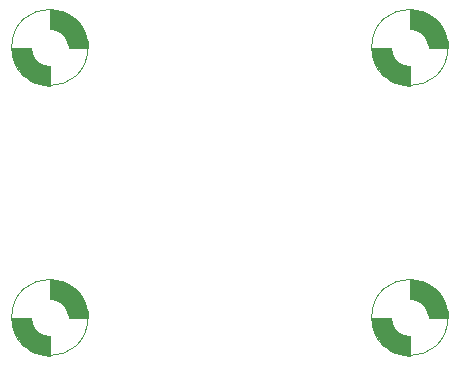
<source format=gbo>
G04 #@! TF.GenerationSoftware,KiCad,Pcbnew,6.0.9-8da3e8f707~116~ubuntu20.04.1*
G04 #@! TF.CreationDate,2023-04-19T17:14:30+00:00*
G04 #@! TF.ProjectId,LEC022001,4c454330-3232-4303-9031-2e6b69636164,rev?*
G04 #@! TF.SameCoordinates,Original*
G04 #@! TF.FileFunction,Legend,Bot*
G04 #@! TF.FilePolarity,Positive*
%FSLAX46Y46*%
G04 Gerber Fmt 4.6, Leading zero omitted, Abs format (unit mm)*
G04 Created by KiCad (PCBNEW 6.0.9-8da3e8f707~116~ubuntu20.04.1) date 2023-04-19 17:14:30*
%MOMM*%
%LPD*%
G01*
G04 APERTURE LIST*
%ADD10C,0.120000*%
%ADD11C,0.010000*%
G04 APERTURE END LIST*
D10*
G04 #@! TO.C,H1*
X123874903Y-71120000D02*
G75*
G03*
X123874903Y-71120000I-3224903J0D01*
G01*
G36*
X119050000Y-71220000D02*
G01*
X119150000Y-71620000D01*
X119350000Y-72020000D01*
X119750000Y-72420000D01*
X120150000Y-72620000D01*
X120550000Y-72720000D01*
X120650000Y-72720000D01*
X120650000Y-74344903D01*
X120150000Y-74320000D01*
X119150000Y-74020000D01*
X118350000Y-73420000D01*
X117850000Y-72720000D01*
X117550000Y-72020000D01*
X117450000Y-71620000D01*
X117450000Y-71120000D01*
X119050000Y-71120000D01*
X119050000Y-71220000D01*
G37*
D11*
X119050000Y-71220000D02*
X119150000Y-71620000D01*
X119350000Y-72020000D01*
X119750000Y-72420000D01*
X120150000Y-72620000D01*
X120550000Y-72720000D01*
X120650000Y-72720000D01*
X120650000Y-74344903D01*
X120150000Y-74320000D01*
X119150000Y-74020000D01*
X118350000Y-73420000D01*
X117850000Y-72720000D01*
X117550000Y-72020000D01*
X117450000Y-71620000D01*
X117450000Y-71120000D01*
X119050000Y-71120000D01*
X119050000Y-71220000D01*
G36*
X121150000Y-67920000D02*
G01*
X122150000Y-68220000D01*
X122950000Y-68820000D01*
X123450000Y-69520000D01*
X123750000Y-70220000D01*
X123850000Y-70620000D01*
X123850000Y-71120000D01*
X122250000Y-71120000D01*
X122250000Y-71020000D01*
X122150000Y-70620000D01*
X121950000Y-70220000D01*
X121550000Y-69820000D01*
X121150000Y-69620000D01*
X120750000Y-69520000D01*
X120650000Y-69520000D01*
X120650000Y-67895097D01*
X121150000Y-67920000D01*
G37*
X121150000Y-67920000D02*
X122150000Y-68220000D01*
X122950000Y-68820000D01*
X123450000Y-69520000D01*
X123750000Y-70220000D01*
X123850000Y-70620000D01*
X123850000Y-71120000D01*
X122250000Y-71120000D01*
X122250000Y-71020000D01*
X122150000Y-70620000D01*
X121950000Y-70220000D01*
X121550000Y-69820000D01*
X121150000Y-69620000D01*
X120750000Y-69520000D01*
X120650000Y-69520000D01*
X120650000Y-67895097D01*
X121150000Y-67920000D01*
D10*
G04 #@! TO.C,H2*
X93394903Y-93980000D02*
G75*
G03*
X93394903Y-93980000I-3224903J0D01*
G01*
G36*
X90670000Y-90780000D02*
G01*
X91670000Y-91080000D01*
X92470000Y-91680000D01*
X92970000Y-92380000D01*
X93270000Y-93080000D01*
X93370000Y-93480000D01*
X93370000Y-93980000D01*
X91770000Y-93980000D01*
X91770000Y-93880000D01*
X91670000Y-93480000D01*
X91470000Y-93080000D01*
X91070000Y-92680000D01*
X90670000Y-92480000D01*
X90270000Y-92380000D01*
X90170000Y-92380000D01*
X90170000Y-90755097D01*
X90670000Y-90780000D01*
G37*
D11*
X90670000Y-90780000D02*
X91670000Y-91080000D01*
X92470000Y-91680000D01*
X92970000Y-92380000D01*
X93270000Y-93080000D01*
X93370000Y-93480000D01*
X93370000Y-93980000D01*
X91770000Y-93980000D01*
X91770000Y-93880000D01*
X91670000Y-93480000D01*
X91470000Y-93080000D01*
X91070000Y-92680000D01*
X90670000Y-92480000D01*
X90270000Y-92380000D01*
X90170000Y-92380000D01*
X90170000Y-90755097D01*
X90670000Y-90780000D01*
G36*
X88570000Y-94080000D02*
G01*
X88670000Y-94480000D01*
X88870000Y-94880000D01*
X89270000Y-95280000D01*
X89670000Y-95480000D01*
X90070000Y-95580000D01*
X90170000Y-95580000D01*
X90170000Y-97204903D01*
X89670000Y-97180000D01*
X88670000Y-96880000D01*
X87870000Y-96280000D01*
X87370000Y-95580000D01*
X87070000Y-94880000D01*
X86970000Y-94480000D01*
X86970000Y-93980000D01*
X88570000Y-93980000D01*
X88570000Y-94080000D01*
G37*
X88570000Y-94080000D02*
X88670000Y-94480000D01*
X88870000Y-94880000D01*
X89270000Y-95280000D01*
X89670000Y-95480000D01*
X90070000Y-95580000D01*
X90170000Y-95580000D01*
X90170000Y-97204903D01*
X89670000Y-97180000D01*
X88670000Y-96880000D01*
X87870000Y-96280000D01*
X87370000Y-95580000D01*
X87070000Y-94880000D01*
X86970000Y-94480000D01*
X86970000Y-93980000D01*
X88570000Y-93980000D01*
X88570000Y-94080000D01*
D10*
G04 #@! TO.C,H3*
X123874903Y-93980000D02*
G75*
G03*
X123874903Y-93980000I-3224903J0D01*
G01*
G36*
X119050000Y-94080000D02*
G01*
X119150000Y-94480000D01*
X119350000Y-94880000D01*
X119750000Y-95280000D01*
X120150000Y-95480000D01*
X120550000Y-95580000D01*
X120650000Y-95580000D01*
X120650000Y-97204903D01*
X120150000Y-97180000D01*
X119150000Y-96880000D01*
X118350000Y-96280000D01*
X117850000Y-95580000D01*
X117550000Y-94880000D01*
X117450000Y-94480000D01*
X117450000Y-93980000D01*
X119050000Y-93980000D01*
X119050000Y-94080000D01*
G37*
D11*
X119050000Y-94080000D02*
X119150000Y-94480000D01*
X119350000Y-94880000D01*
X119750000Y-95280000D01*
X120150000Y-95480000D01*
X120550000Y-95580000D01*
X120650000Y-95580000D01*
X120650000Y-97204903D01*
X120150000Y-97180000D01*
X119150000Y-96880000D01*
X118350000Y-96280000D01*
X117850000Y-95580000D01*
X117550000Y-94880000D01*
X117450000Y-94480000D01*
X117450000Y-93980000D01*
X119050000Y-93980000D01*
X119050000Y-94080000D01*
G36*
X121150000Y-90780000D02*
G01*
X122150000Y-91080000D01*
X122950000Y-91680000D01*
X123450000Y-92380000D01*
X123750000Y-93080000D01*
X123850000Y-93480000D01*
X123850000Y-93980000D01*
X122250000Y-93980000D01*
X122250000Y-93880000D01*
X122150000Y-93480000D01*
X121950000Y-93080000D01*
X121550000Y-92680000D01*
X121150000Y-92480000D01*
X120750000Y-92380000D01*
X120650000Y-92380000D01*
X120650000Y-90755097D01*
X121150000Y-90780000D01*
G37*
X121150000Y-90780000D02*
X122150000Y-91080000D01*
X122950000Y-91680000D01*
X123450000Y-92380000D01*
X123750000Y-93080000D01*
X123850000Y-93480000D01*
X123850000Y-93980000D01*
X122250000Y-93980000D01*
X122250000Y-93880000D01*
X122150000Y-93480000D01*
X121950000Y-93080000D01*
X121550000Y-92680000D01*
X121150000Y-92480000D01*
X120750000Y-92380000D01*
X120650000Y-92380000D01*
X120650000Y-90755097D01*
X121150000Y-90780000D01*
D10*
G04 #@! TO.C,H4*
X93394903Y-71120000D02*
G75*
G03*
X93394903Y-71120000I-3224903J0D01*
G01*
G36*
X90670000Y-67920000D02*
G01*
X91670000Y-68220000D01*
X92470000Y-68820000D01*
X92970000Y-69520000D01*
X93270000Y-70220000D01*
X93370000Y-70620000D01*
X93370000Y-71120000D01*
X91770000Y-71120000D01*
X91770000Y-71020000D01*
X91670000Y-70620000D01*
X91470000Y-70220000D01*
X91070000Y-69820000D01*
X90670000Y-69620000D01*
X90270000Y-69520000D01*
X90170000Y-69520000D01*
X90170000Y-67895097D01*
X90670000Y-67920000D01*
G37*
D11*
X90670000Y-67920000D02*
X91670000Y-68220000D01*
X92470000Y-68820000D01*
X92970000Y-69520000D01*
X93270000Y-70220000D01*
X93370000Y-70620000D01*
X93370000Y-71120000D01*
X91770000Y-71120000D01*
X91770000Y-71020000D01*
X91670000Y-70620000D01*
X91470000Y-70220000D01*
X91070000Y-69820000D01*
X90670000Y-69620000D01*
X90270000Y-69520000D01*
X90170000Y-69520000D01*
X90170000Y-67895097D01*
X90670000Y-67920000D01*
G36*
X88570000Y-71220000D02*
G01*
X88670000Y-71620000D01*
X88870000Y-72020000D01*
X89270000Y-72420000D01*
X89670000Y-72620000D01*
X90070000Y-72720000D01*
X90170000Y-72720000D01*
X90170000Y-74344903D01*
X89670000Y-74320000D01*
X88670000Y-74020000D01*
X87870000Y-73420000D01*
X87370000Y-72720000D01*
X87070000Y-72020000D01*
X86970000Y-71620000D01*
X86970000Y-71120000D01*
X88570000Y-71120000D01*
X88570000Y-71220000D01*
G37*
X88570000Y-71220000D02*
X88670000Y-71620000D01*
X88870000Y-72020000D01*
X89270000Y-72420000D01*
X89670000Y-72620000D01*
X90070000Y-72720000D01*
X90170000Y-72720000D01*
X90170000Y-74344903D01*
X89670000Y-74320000D01*
X88670000Y-74020000D01*
X87870000Y-73420000D01*
X87370000Y-72720000D01*
X87070000Y-72020000D01*
X86970000Y-71620000D01*
X86970000Y-71120000D01*
X88570000Y-71120000D01*
X88570000Y-71220000D01*
G04 #@! TD*
M02*

</source>
